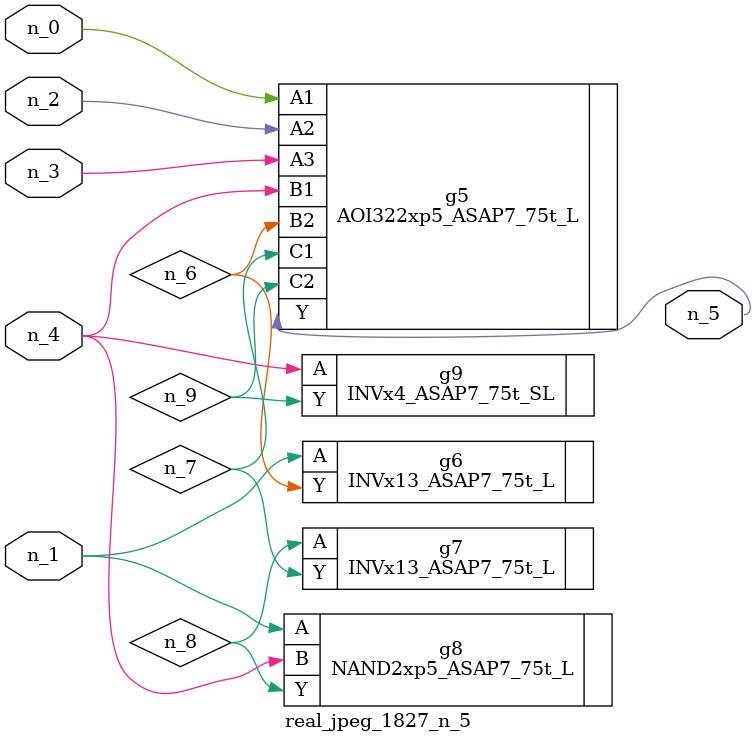
<source format=v>
module real_jpeg_1827_n_5 (n_4, n_0, n_1, n_2, n_3, n_5);

input n_4;
input n_0;
input n_1;
input n_2;
input n_3;

output n_5;

wire n_8;
wire n_6;
wire n_7;
wire n_9;

AOI322xp5_ASAP7_75t_L g5 ( 
.A1(n_0),
.A2(n_2),
.A3(n_3),
.B1(n_4),
.B2(n_6),
.C1(n_7),
.C2(n_9),
.Y(n_5)
);

INVx13_ASAP7_75t_L g6 ( 
.A(n_1),
.Y(n_6)
);

NAND2xp5_ASAP7_75t_L g8 ( 
.A(n_1),
.B(n_4),
.Y(n_8)
);

INVx4_ASAP7_75t_SL g9 ( 
.A(n_4),
.Y(n_9)
);

INVx13_ASAP7_75t_L g7 ( 
.A(n_8),
.Y(n_7)
);


endmodule
</source>
